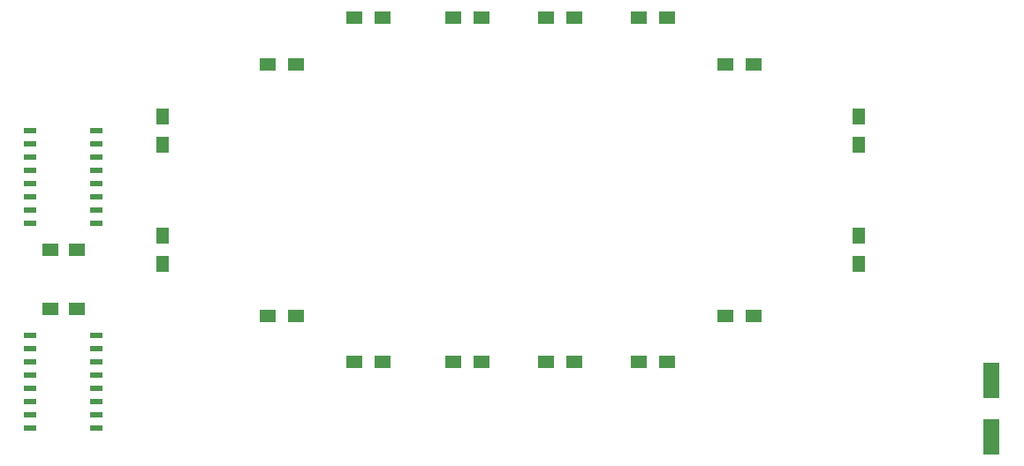
<source format=gbp>
G04 #@! TF.FileFunction,Paste,Bot*
%FSLAX46Y46*%
G04 Gerber Fmt 4.6, Leading zero omitted, Abs format (unit mm)*
G04 Created by KiCad (PCBNEW 4.0.7) date 02/09/20 20:32:47*
%MOMM*%
%LPD*%
G01*
G04 APERTURE LIST*
%ADD10C,0.100000*%
%ADD11R,1.143000X0.508000*%
%ADD12R,1.500000X1.250000*%
%ADD13R,1.600000X3.500000*%
%ADD14R,1.500000X1.300000*%
%ADD15R,1.300000X1.500000*%
G04 APERTURE END LIST*
D10*
D11*
X74295000Y-120650000D03*
X74295000Y-123190000D03*
X74295000Y-124460000D03*
X74295000Y-125730000D03*
X74295000Y-127000000D03*
X74295000Y-128270000D03*
X74295000Y-129540000D03*
X80645000Y-129540000D03*
X80645000Y-128270000D03*
X80645000Y-127000000D03*
X80645000Y-125730000D03*
X80645000Y-124460000D03*
X80645000Y-123190000D03*
X80645000Y-121920000D03*
X80645000Y-120650000D03*
X74295000Y-121920000D03*
D12*
X76220000Y-118110000D03*
X78720000Y-118110000D03*
X78720000Y-112395000D03*
X76220000Y-112395000D03*
D13*
X166370000Y-124935000D03*
X166370000Y-130335000D03*
D14*
X140890000Y-118745000D03*
X143590000Y-118745000D03*
X132635000Y-123190000D03*
X135335000Y-123190000D03*
X123745000Y-123190000D03*
X126445000Y-123190000D03*
X114855000Y-123190000D03*
X117555000Y-123190000D03*
X105330000Y-123190000D03*
X108030000Y-123190000D03*
X97075000Y-118745000D03*
X99775000Y-118745000D03*
D15*
X86995000Y-111045000D03*
X86995000Y-113745000D03*
X86995000Y-99615000D03*
X86995000Y-102315000D03*
D14*
X99775000Y-94615000D03*
X97075000Y-94615000D03*
X108030000Y-90170000D03*
X105330000Y-90170000D03*
X117555000Y-90170000D03*
X114855000Y-90170000D03*
X123745000Y-90170000D03*
X126445000Y-90170000D03*
X135335000Y-90170000D03*
X132635000Y-90170000D03*
X143590000Y-94615000D03*
X140890000Y-94615000D03*
D15*
X153670000Y-102315000D03*
X153670000Y-99615000D03*
X153670000Y-113745000D03*
X153670000Y-111045000D03*
D11*
X80645000Y-109855000D03*
X80645000Y-107315000D03*
X80645000Y-106045000D03*
X80645000Y-104775000D03*
X80645000Y-103505000D03*
X80645000Y-102235000D03*
X80645000Y-100965000D03*
X74295000Y-100965000D03*
X74295000Y-102235000D03*
X74295000Y-103505000D03*
X74295000Y-104775000D03*
X74295000Y-106045000D03*
X74295000Y-107315000D03*
X74295000Y-108585000D03*
X74295000Y-109855000D03*
X80645000Y-108585000D03*
M02*

</source>
